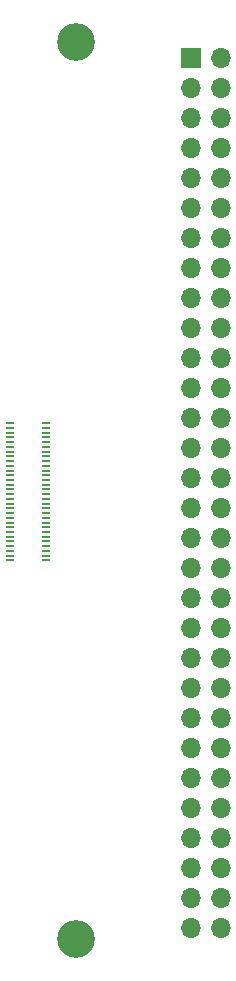
<source format=gbr>
%TF.GenerationSoftware,KiCad,Pcbnew,5.1.10-88a1d61d58~88~ubuntu20.04.1*%
%TF.CreationDate,2021-05-25T18:48:27+07:00*%
%TF.ProjectId,Hirose_DF40HC_60DS_V04_Header_Adapter,4869726f-7365-45f4-9446-343048435f36,rev?*%
%TF.SameCoordinates,Original*%
%TF.FileFunction,Soldermask,Top*%
%TF.FilePolarity,Negative*%
%FSLAX46Y46*%
G04 Gerber Fmt 4.6, Leading zero omitted, Abs format (unit mm)*
G04 Created by KiCad (PCBNEW 5.1.10-88a1d61d58~88~ubuntu20.04.1) date 2021-05-25 18:48:27*
%MOMM*%
%LPD*%
G01*
G04 APERTURE LIST*
%ADD10C,3.200000*%
%ADD11R,0.700000X0.200000*%
%ADD12O,1.700000X1.700000*%
%ADD13R,1.700000X1.700000*%
G04 APERTURE END LIST*
D10*
%TO.C,H2*%
X121920000Y-113538000D03*
%TD*%
%TO.C,H1*%
X121920000Y-37592000D03*
%TD*%
D11*
%TO.C,J1*%
X119390000Y-81500000D03*
X116310000Y-81500000D03*
X119390000Y-81100000D03*
X116310000Y-81100000D03*
X119390000Y-80700000D03*
X116310000Y-80700000D03*
X119390000Y-80300000D03*
X116310000Y-80300000D03*
X119390000Y-79900000D03*
X116310000Y-79900000D03*
X119390000Y-79500000D03*
X116310000Y-79500000D03*
X119390000Y-79100000D03*
X116310000Y-79100000D03*
X119390000Y-78700000D03*
X116310000Y-78700000D03*
X119390000Y-78300000D03*
X116310000Y-78300000D03*
X119390000Y-77900000D03*
X116310000Y-77900000D03*
X119390000Y-77500000D03*
X116310000Y-77500000D03*
X119390000Y-77100000D03*
X116310000Y-77100000D03*
X119390000Y-76700000D03*
X116310000Y-76700000D03*
X119390000Y-76300000D03*
X116310000Y-76300000D03*
X119390000Y-75900000D03*
X116310000Y-75900000D03*
X119390000Y-75500000D03*
X116310000Y-75500000D03*
X119390000Y-75100000D03*
X116310000Y-75100000D03*
X119390000Y-74700000D03*
X116310000Y-74700000D03*
X119390000Y-74300000D03*
X116310000Y-74300000D03*
X119390000Y-73900000D03*
X116310000Y-73900000D03*
X119390000Y-73500000D03*
X116310000Y-73500000D03*
X119390000Y-73100000D03*
X116310000Y-73100000D03*
X119390000Y-72700000D03*
X116310000Y-72700000D03*
X119390000Y-72300000D03*
X116310000Y-72300000D03*
X119390000Y-71900000D03*
X116310000Y-71900000D03*
X119390000Y-71500000D03*
X116310000Y-71500000D03*
X119390000Y-71100000D03*
X116310000Y-71100000D03*
X119390000Y-70700000D03*
X116310000Y-70700000D03*
X119390000Y-70300000D03*
X116310000Y-70300000D03*
X119390000Y-69900000D03*
X116310000Y-69900000D03*
%TD*%
D12*
%TO.C,J2*%
X134190000Y-112610000D03*
X131650000Y-112610000D03*
X134190000Y-110070000D03*
X131650000Y-110070000D03*
X134190000Y-107530000D03*
X131650000Y-107530000D03*
X134190000Y-104990000D03*
X131650000Y-104990000D03*
X134190000Y-102450000D03*
X131650000Y-102450000D03*
X134190000Y-99910000D03*
X131650000Y-99910000D03*
X134190000Y-97370000D03*
X131650000Y-97370000D03*
X134190000Y-94830000D03*
X131650000Y-94830000D03*
X134190000Y-92290000D03*
X131650000Y-92290000D03*
X134190000Y-89750000D03*
X131650000Y-89750000D03*
X134190000Y-87210000D03*
X131650000Y-87210000D03*
X134190000Y-84670000D03*
X131650000Y-84670000D03*
X134190000Y-82130000D03*
X131650000Y-82130000D03*
X134190000Y-79590000D03*
X131650000Y-79590000D03*
X134190000Y-77050000D03*
X131650000Y-77050000D03*
X134190000Y-74510000D03*
X131650000Y-74510000D03*
X134190000Y-71970000D03*
X131650000Y-71970000D03*
X134190000Y-69430000D03*
X131650000Y-69430000D03*
X134190000Y-66890000D03*
X131650000Y-66890000D03*
X134190000Y-64350000D03*
X131650000Y-64350000D03*
X134190000Y-61810000D03*
X131650000Y-61810000D03*
X134190000Y-59270000D03*
X131650000Y-59270000D03*
X134190000Y-56730000D03*
X131650000Y-56730000D03*
X134190000Y-54190000D03*
X131650000Y-54190000D03*
X134190000Y-51650000D03*
X131650000Y-51650000D03*
X134190000Y-49110000D03*
X131650000Y-49110000D03*
X134190000Y-46570000D03*
X131650000Y-46570000D03*
X134190000Y-44030000D03*
X131650000Y-44030000D03*
X134190000Y-41490000D03*
X131650000Y-41490000D03*
X134190000Y-38950000D03*
D13*
X131650000Y-38950000D03*
%TD*%
M02*

</source>
